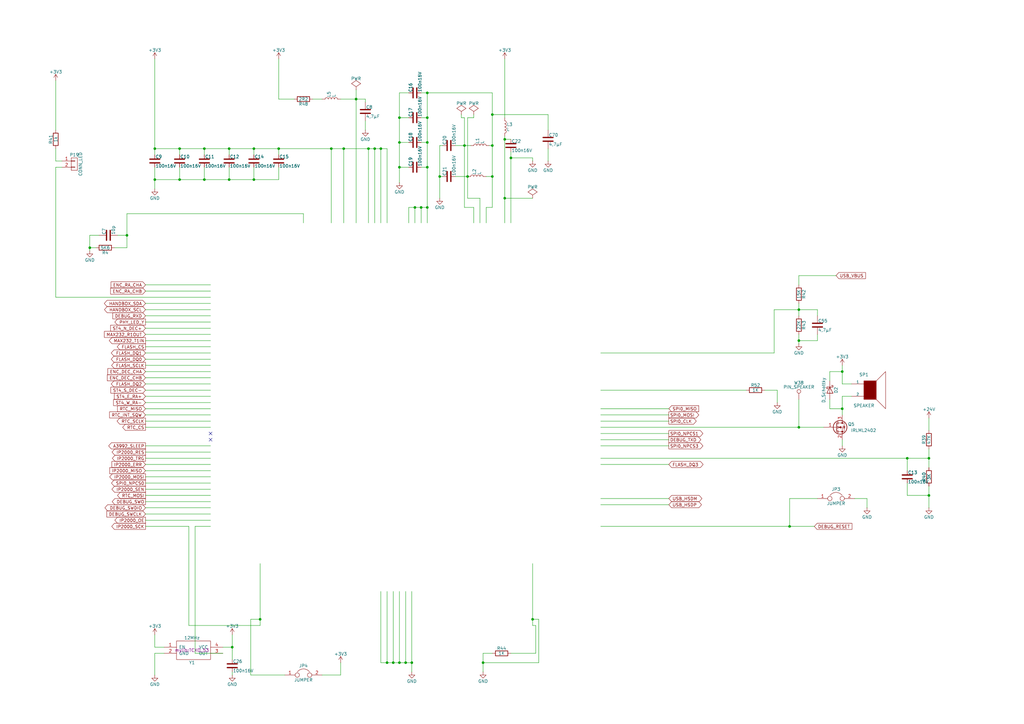
<source format=kicad_sch>
(kicad_sch (version 20231120) (generator "eeschema") (generator_version "8.0")
  (paper "A3")
  (junction (at 190.5 59.69))
  (junction (at 63.5 60.96))
  (junction (at 327.66 175.26))
  (junction (at 201.93 72.39))
  (junction (at 172.72 85.09))
  (junction (at 163.83 68.58))
  (junction (at 168.91 271.78))
  (junction (at 163.83 58.42))
  (junction (at 175.26 38.1))
  (junction (at 106.68 254))
  (junction (at 327.66 139.7))
  (junction (at 201.93 46.99))
  (junction (at 323.85 215.9))
  (junction (at 191.77 72.39))
  (junction (at 140.97 60.96))
  (junction (at 345.44 167.64))
  (junction (at 381 203.2))
  (junction (at 327.66 127))
  (junction (at 175.26 48.26))
  (junction (at 175.26 85.09))
  (junction (at 161.29 271.78))
  (junction (at 73.66 73.66))
  (junction (at 63.5 73.66))
  (junction (at 207.01 81.28))
  (junction (at 372.11 187.96))
  (junction (at 166.37 271.78))
  (junction (at 345.44 152.4))
  (junction (at 83.82 73.66))
  (junction (at 180.34 72.39))
  (junction (at 114.3 60.96))
  (junction (at 209.55 64.77))
  (junction (at 93.98 60.96))
  (junction (at 73.66 60.96))
  (junction (at 36.83 101.6))
  (junction (at 151.13 60.96))
  (junction (at 83.82 60.96))
  (junction (at 104.14 73.66))
  (junction (at 153.67 60.96))
  (junction (at 95.25 265.43))
  (junction (at 104.14 60.96))
  (junction (at 381 187.96))
  (junction (at 175.26 58.42))
  (junction (at 207.01 57.15))
  (junction (at 158.75 271.78))
  (junction (at 135.89 60.96))
  (junction (at 201.93 59.69))
  (junction (at 175.26 68.58))
  (junction (at 156.21 60.96))
  (junction (at 93.98 73.66))
  (junction (at 218.44 254))
  (junction (at 52.07 96.52))
  (junction (at 163.83 271.78))
  (junction (at 146.05 40.64))
  (junction (at 170.18 85.09))
  (junction (at 198.12 271.78))
  (junction (at 163.83 48.26))
  (no_connect (at 86.36 177.8))
  (no_connect (at 86.36 180.34))
  (wire (pts (xy 124.46 87.63) (xy 124.46 91.44)))
  (wire (pts (xy 372.11 198.12) (xy 372.11 203.2)))
  (wire (pts (xy 83.82 63.5) (xy 83.82 60.96)))
  (wire (pts (xy 167.64 85.09) (xy 170.18 85.09)))
  (wire (pts (xy 67.31 267.97) (xy 63.5 267.97)))
  (wire (pts (xy 102.87 276.86) (xy 116.84 276.86)))
  (wire (pts (xy 80.01 215.9) (xy 86.36 215.9)))
  (wire (pts (xy 335.28 204.47) (xy 323.85 204.47)))
  (wire (pts (xy 335.28 137.16) (xy 335.28 139.7)))
  (wire (pts (xy 73.66 63.5) (xy 73.66 60.96)))
  (wire (pts (xy 104.14 60.96) (xy 114.3 60.96)))
  (wire (pts (xy 274.32 182.88) (xy 246.38 182.88)))
  (wire (pts (xy 186.69 72.39) (xy 191.77 72.39)))
  (wire (pts (xy 151.13 60.96) (xy 153.67 60.96)))
  (wire (pts (xy 323.85 204.47) (xy 323.85 215.9)))
  (wire (pts (xy 201.93 85.09) (xy 199.39 85.09)))
  (wire (pts (xy 209.55 57.15) (xy 207.01 57.15)))
  (wire (pts (xy 219.71 267.97) (xy 209.55 267.97)))
  (wire (pts (xy 80.01 267.97) (xy 91.44 267.97)))
  (wire (pts (xy 381 171.45) (xy 381 176.53)))
  (wire (pts (xy 246.38 180.34) (xy 274.32 180.34)))
  (wire (pts (xy 52.07 87.63) (xy 124.46 87.63)))
  (wire (pts (xy 73.66 73.66) (xy 73.66 68.58)))
  (wire (pts (xy 246.38 160.02) (xy 306.07 160.02)))
  (wire (pts (xy 63.5 265.43) (xy 67.31 265.43)))
  (wire (pts (xy 274.32 170.18) (xy 246.38 170.18)))
  (wire (pts (xy 194.31 85.09) (xy 190.5 85.09)))
  (wire (pts (xy 158.75 60.96) (xy 158.75 91.44)))
  (wire (pts (xy 327.66 139.7) (xy 335.28 139.7)))
  (wire (pts (xy 163.83 271.78) (xy 166.37 271.78)))
  (wire (pts (xy 172.72 85.09) (xy 175.26 85.09)))
  (wire (pts (xy 93.98 73.66) (xy 104.14 73.66)))
  (wire (pts (xy 274.32 167.64) (xy 246.38 167.64)))
  (wire (pts (xy 161.29 271.78) (xy 163.83 271.78)))
  (wire (pts (xy 345.44 152.4) (xy 345.44 157.48)))
  (wire (pts (xy 83.82 60.96) (xy 93.98 60.96)))
  (wire (pts (xy 104.14 63.5) (xy 104.14 60.96)))
  (wire (pts (xy 73.66 60.96) (xy 83.82 60.96)))
  (wire (pts (xy 180.34 59.69) (xy 180.34 72.39)))
  (wire (pts (xy 22.86 60.96) (xy 22.86 66.04)))
  (wire (pts (xy 201.93 46.99) (xy 201.93 59.69)))
  (wire (pts (xy 86.36 137.16) (xy 59.69 137.16)))
  (wire (pts (xy 166.37 242.57) (xy 166.37 271.78)))
  (wire (pts (xy 191.77 48.26) (xy 194.31 48.26)))
  (wire (pts (xy 198.12 267.97) (xy 201.93 267.97)))
  (wire (pts (xy 274.32 190.5) (xy 246.38 190.5)))
  (wire (pts (xy 95.25 265.43) (xy 95.25 270.51)))
  (wire (pts (xy 86.36 154.94) (xy 59.69 154.94)))
  (wire (pts (xy 161.29 242.57) (xy 161.29 271.78)))
  (wire (pts (xy 224.79 60.96) (xy 224.79 66.04)))
  (wire (pts (xy 59.69 198.12) (xy 86.36 198.12)))
  (wire (pts (xy 201.93 38.1) (xy 175.26 38.1)))
  (wire (pts (xy 207.01 57.15) (xy 207.01 81.28)))
  (wire (pts (xy 274.32 177.8) (xy 246.38 177.8)))
  (wire (pts (xy 175.26 58.42) (xy 175.26 68.58)))
  (wire (pts (xy 114.3 60.96) (xy 135.89 60.96)))
  (wire (pts (xy 36.83 101.6) (xy 36.83 102.87)))
  (wire (pts (xy 163.83 242.57) (xy 163.83 271.78)))
  (wire (pts (xy 345.44 162.56) (xy 345.44 167.64)))
  (wire (pts (xy 166.37 271.78) (xy 168.91 271.78)))
  (wire (pts (xy 313.69 160.02) (xy 318.77 160.02)))
  (wire (pts (xy 156.21 271.78) (xy 158.75 271.78)))
  (wire (pts (xy 340.36 163.83) (xy 340.36 167.64)))
  (wire (pts (xy 77.47 256.54) (xy 106.68 256.54)))
  (wire (pts (xy 209.55 62.23) (xy 209.55 64.77)))
  (wire (pts (xy 207.01 55.88) (xy 207.01 57.15)))
  (wire (pts (xy 156.21 60.96) (xy 158.75 60.96)))
  (wire (pts (xy 59.69 152.4) (xy 86.36 152.4)))
  (wire (pts (xy 59.69 182.88) (xy 86.36 182.88)))
  (wire (pts (xy 93.98 60.96) (xy 104.14 60.96)))
  (wire (pts (xy 168.91 242.57) (xy 168.91 271.78)))
  (wire (pts (xy 63.5 60.96) (xy 73.66 60.96)))
  (wire (pts (xy 190.5 59.69) (xy 193.04 59.69)))
  (wire (pts (xy 201.93 59.69) (xy 201.93 72.39)))
  (wire (pts (xy 218.44 81.28) (xy 207.01 81.28)))
  (wire (pts (xy 36.83 96.52) (xy 40.64 96.52)))
  (wire (pts (xy 350.52 204.47) (xy 355.6 204.47)))
  (wire (pts (xy 327.66 127) (xy 335.28 127)))
  (wire (pts (xy 218.44 66.04) (xy 218.44 64.77)))
  (wire (pts (xy 163.83 68.58) (xy 163.83 74.93)))
  (wire (pts (xy 327.66 124.46) (xy 327.66 127)))
  (wire (pts (xy 48.26 96.52) (xy 52.07 96.52)))
  (wire (pts (xy 345.44 149.86) (xy 345.44 152.4)))
  (wire (pts (xy 172.72 68.58) (xy 175.26 68.58)))
  (wire (pts (xy 135.89 60.96) (xy 140.97 60.96)))
  (wire (pts (xy 175.26 38.1) (xy 175.26 48.26)))
  (wire (pts (xy 86.36 127) (xy 59.69 127)))
  (wire (pts (xy 59.69 170.18) (xy 86.36 170.18)))
  (wire (pts (xy 102.87 254) (xy 102.87 276.86)))
  (wire (pts (xy 327.66 137.16) (xy 327.66 139.7)))
  (wire (pts (xy 175.26 68.58) (xy 175.26 85.09)))
  (wire (pts (xy 52.07 101.6) (xy 46.99 101.6)))
  (wire (pts (xy 149.86 49.53) (xy 149.86 53.34)))
  (wire (pts (xy 80.01 267.97) (xy 80.01 215.9)))
  (wire (pts (xy 327.66 139.7) (xy 327.66 140.97)))
  (wire (pts (xy 274.32 172.72) (xy 246.38 172.72)))
  (wire (pts (xy 201.93 38.1) (xy 201.93 46.99)))
  (wire (pts (xy 167.64 38.1) (xy 163.83 38.1)))
  (wire (pts (xy 140.97 60.96) (xy 140.97 91.44)))
  (wire (pts (xy 59.69 210.82) (xy 86.36 210.82)))
  (wire (pts (xy 86.36 157.48) (xy 59.69 157.48)))
  (wire (pts (xy 246.38 204.47) (xy 274.32 204.47)))
  (wire (pts (xy 340.36 152.4) (xy 345.44 152.4)))
  (wire (pts (xy 86.36 187.96) (xy 59.69 187.96)))
  (wire (pts (xy 327.66 127) (xy 327.66 129.54)))
  (wire (pts (xy 246.38 187.96) (xy 372.11 187.96)))
  (wire (pts (xy 22.86 66.04) (xy 25.4 66.04)))
  (wire (pts (xy 63.5 73.66) (xy 63.5 77.47)))
  (wire (pts (xy 77.47 215.9) (xy 77.47 256.54)))
  (wire (pts (xy 106.68 254) (xy 106.68 231.14)))
  (wire (pts (xy 52.07 96.52) (xy 52.07 101.6)))
  (wire (pts (xy 340.36 156.21) (xy 340.36 152.4)))
  (wire (pts (xy 140.97 60.96) (xy 151.13 60.96)))
  (wire (pts (xy 172.72 58.42) (xy 175.26 58.42)))
  (wire (pts (xy 59.69 172.72) (xy 86.36 172.72)))
  (wire (pts (xy 63.5 60.96) (xy 63.5 63.5)))
  (wire (pts (xy 93.98 73.66) (xy 93.98 68.58)))
  (wire (pts (xy 207.01 24.13) (xy 207.01 48.26)))
  (wire (pts (xy 86.36 193.04) (xy 59.69 193.04)))
  (wire (pts (xy 95.25 276.86) (xy 95.25 275.59)))
  (wire (pts (xy 73.66 73.66) (xy 83.82 73.66)))
  (wire (pts (xy 349.25 162.56) (xy 345.44 162.56)))
  (wire (pts (xy 201.93 46.99) (xy 224.79 46.99)))
  (wire (pts (xy 196.85 81.28) (xy 191.77 81.28)))
  (wire (pts (xy 128.27 40.64) (xy 132.08 40.64)))
  (wire (pts (xy 342.9 113.03) (xy 327.66 113.03)))
  (wire (pts (xy 381 184.15) (xy 381 187.96)))
  (wire (pts (xy 106.68 254) (xy 102.87 254)))
  (wire (pts (xy 63.5 260.35) (xy 63.5 265.43)))
  (wire (pts (xy 86.36 200.66) (xy 59.69 200.66)))
  (wire (pts (xy 167.64 85.09) (xy 167.64 91.44)))
  (wire (pts (xy 59.69 162.56) (xy 86.36 162.56)))
  (wire (pts (xy 170.18 85.09) (xy 170.18 91.44)))
  (wire (pts (xy 191.77 81.28) (xy 191.77 72.39)))
  (wire (pts (xy 172.72 38.1) (xy 175.26 38.1)))
  (wire (pts (xy 59.69 139.7) (xy 86.36 139.7)))
  (wire (pts (xy 59.69 205.74) (xy 86.36 205.74)))
  (wire (pts (xy 194.31 85.09) (xy 194.31 91.44)))
  (wire (pts (xy 327.66 163.83) (xy 327.66 175.26)))
  (wire (pts (xy 59.69 203.2) (xy 86.36 203.2)))
  (wire (pts (xy 170.18 85.09) (xy 172.72 85.09)))
  (wire (pts (xy 201.93 59.69) (xy 200.66 59.69)))
  (wire (pts (xy 59.69 215.9) (xy 77.47 215.9)))
  (wire (pts (xy 372.11 203.2) (xy 381 203.2)))
  (wire (pts (xy 36.83 96.52) (xy 36.83 101.6)))
  (wire (pts (xy 194.31 48.26) (xy 194.31 46.99)))
  (wire (pts (xy 327.66 113.03) (xy 327.66 116.84)))
  (wire (pts (xy 163.83 48.26) (xy 163.83 58.42)))
  (wire (pts (xy 86.36 147.32) (xy 59.69 147.32)))
  (wire (pts (xy 340.36 167.64) (xy 345.44 167.64)))
  (wire (pts (xy 190.5 48.26) (xy 189.23 48.26)))
  (wire (pts (xy 345.44 157.48) (xy 349.25 157.48)))
  (wire (pts (xy 83.82 73.66) (xy 83.82 68.58)))
  (wire (pts (xy 86.36 167.64) (xy 59.69 167.64)))
  (wire (pts (xy 167.64 48.26) (xy 163.83 48.26)))
  (wire (pts (xy 323.85 215.9) (xy 334.01 215.9)))
  (wire (pts (xy 345.44 180.34) (xy 345.44 182.88)))
  (wire (pts (xy 93.98 63.5) (xy 93.98 60.96)))
  (wire (pts (xy 218.44 256.54) (xy 219.71 256.54)))
  (wire (pts (xy 172.72 85.09) (xy 172.72 91.44)))
  (wire (pts (xy 86.36 208.28) (xy 59.69 208.28)))
  (wire (pts (xy 318.77 160.02) (xy 318.77 165.1)))
  (wire (pts (xy 36.83 101.6) (xy 39.37 101.6)))
  (wire (pts (xy 327.66 175.26) (xy 337.82 175.26)))
  (wire (pts (xy 63.5 267.97) (xy 63.5 276.86)))
  (wire (pts (xy 246.38 175.26) (xy 327.66 175.26)))
  (wire (pts (xy 114.3 40.64) (xy 120.65 40.64)))
  (wire (pts (xy 317.5 127) (xy 327.66 127)))
  (wire (pts (xy 52.07 87.63) (xy 52.07 96.52)))
  (wire (pts (xy 139.7 40.64) (xy 146.05 40.64)))
  (wire (pts (xy 181.61 72.39) (xy 180.34 72.39)))
  (wire (pts (xy 86.36 144.78) (xy 59.69 144.78)))
  (wire (pts (xy 218.44 254) (xy 220.98 254)))
  (wire (pts (xy 153.67 60.96) (xy 153.67 91.44)))
  (wire (pts (xy 201.93 72.39) (xy 199.39 72.39)))
  (wire (pts (xy 86.36 132.08) (xy 59.69 132.08)))
  (wire (pts (xy 335.28 127) (xy 335.28 129.54)))
  (wire (pts (xy 191.77 48.26) (xy 191.77 72.39)))
  (wire (pts (xy 106.68 256.54) (xy 106.68 254)))
  (wire (pts (xy 224.79 46.99) (xy 224.79 53.34)))
  (wire (pts (xy 199.39 85.09) (xy 199.39 91.44)))
  (wire (pts (xy 209.55 64.77) (xy 209.55 91.44)))
  (wire (pts (xy 59.69 116.84) (xy 86.36 116.84)))
  (wire (pts (xy 163.83 38.1) (xy 163.83 48.26)))
  (wire (pts (xy 86.36 149.86) (xy 59.69 149.86)))
  (wire (pts (xy 218.44 256.54) (xy 218.44 254)))
  (wire (pts (xy 25.4 68.58) (xy 22.86 68.58)))
  (wire (pts (xy 381 199.39) (xy 381 203.2)))
  (wire (pts (xy 22.86 121.92) (xy 86.36 121.92)))
  (wire (pts (xy 114.3 60.96) (xy 114.3 63.5)))
  (wire (pts (xy 114.3 73.66) (xy 114.3 68.58)))
  (wire (pts (xy 317.5 127) (xy 317.5 144.78)))
  (wire (pts (xy 114.3 24.13) (xy 114.3 40.64)))
  (wire (pts (xy 104.14 73.66) (xy 104.14 68.58)))
  (wire (pts (xy 156.21 242.57) (xy 156.21 271.78)))
  (wire (pts (xy 146.05 36.83) (xy 146.05 40.64)))
  (wire (pts (xy 175.26 85.09) (xy 175.26 91.44)))
  (wire (pts (xy 168.91 271.78) (xy 168.91 275.59)))
  (wire (pts (xy 59.69 175.26) (xy 86.36 175.26)))
  (wire (pts (xy 172.72 48.26) (xy 175.26 48.26)))
  (wire (pts (xy 219.71 256.54) (xy 219.71 267.97)))
  (wire (pts (xy 59.69 190.5) (xy 86.36 190.5)))
  (wire (pts (xy 139.7 276.86) (xy 139.7 271.78)))
  (wire (pts (xy 167.64 58.42) (xy 163.83 58.42)))
  (wire (pts (xy 381 187.96) (xy 381 191.77)))
  (wire (pts (xy 218.44 254) (xy 218.44 231.14)))
  (wire (pts (xy 220.98 271.78) (xy 198.12 271.78)))
  (wire (pts (xy 146.05 40.64) (xy 149.86 40.64)))
  (wire (pts (xy 63.5 68.58) (xy 63.5 73.66)))
  (wire (pts (xy 175.26 48.26) (xy 175.26 58.42)))
  (wire (pts (xy 201.93 72.39) (xy 201.93 85.09)))
  (wire (pts (xy 163.83 68.58) (xy 167.64 68.58)))
  (wire (pts (xy 274.32 207.01) (xy 246.38 207.01)))
  (wire (pts (xy 190.5 48.26) (xy 190.5 59.69)))
  (wire (pts (xy 149.86 40.64) (xy 149.86 41.91)))
  (wire (pts (xy 381 203.2) (xy 381 208.28)))
  (wire (pts (xy 59.69 142.24) (xy 86.36 142.24)))
  (wire (pts (xy 86.36 119.38) (xy 59.69 119.38)))
  (wire (pts (xy 86.36 185.42) (xy 59.69 185.42)))
  (wire (pts (xy 132.08 276.86) (xy 139.7 276.86)))
  (wire (pts (xy 198.12 267.97) (xy 198.12 271.78)))
  (wire (pts (xy 189.23 48.26) (xy 189.23 46.99)))
  (wire (pts (xy 158.75 242.57) (xy 158.75 271.78)))
  (wire (pts (xy 196.85 81.28) (xy 196.85 91.44)))
  (wire (pts (xy 22.86 33.02) (xy 22.86 53.34)))
  (wire (pts (xy 59.69 129.54) (xy 86.36 129.54)))
  (wire (pts (xy 59.69 134.62) (xy 86.36 134.62)))
  (wire (pts (xy 151.13 60.96) (xy 151.13 91.44)))
  (wire (pts (xy 198.12 271.78) (xy 198.12 275.59)))
  (wire (pts (xy 218.44 64.77) (xy 209.55 64.77)))
  (wire (pts (xy 372.11 187.96) (xy 372.11 193.04)))
  (wire (pts (xy 153.67 60.96) (xy 156.21 60.96)))
  (wire (pts (xy 158.75 271.78) (xy 161.29 271.78)))
  (wire (pts (xy 180.34 72.39) (xy 180.34 81.28)))
  (wire (pts (xy 372.11 187.96) (xy 381 187.96)))
  (wire (pts (xy 207.01 81.28) (xy 207.01 91.44)))
  (wire (pts (xy 345.44 167.64) (xy 345.44 170.18)))
  (wire (pts (xy 59.69 213.36) (xy 86.36 213.36)))
  (wire (pts (xy 135.89 60.96) (xy 135.89 91.44)))
  (wire (pts (xy 95.25 265.43) (xy 91.44 265.43)))
  (wire (pts (xy 246.38 215.9) (xy 323.85 215.9)))
  (wire (pts (xy 86.36 160.02) (xy 59.69 160.02)))
  (wire (pts (xy 156.21 60.96) (xy 156.21 91.44)))
  (wire (pts (xy 104.14 73.66) (xy 114.3 73.66)))
  (wire (pts (xy 146.05 40.64) (xy 146.05 91.44)))
  (wire (pts (xy 95.25 260.35) (xy 95.25 265.43)))
  (wire (pts (xy 220.98 254) (xy 220.98 271.78)))
  (wire (pts (xy 190.5 85.09) (xy 190.5 59.69)))
  (wire (pts (xy 63.5 73.66) (xy 73.66 73.66)))
  (wire (pts (xy 355.6 204.47) (xy 355.6 208.28)))
  (wire (pts (xy 83.82 73.66) (xy 93.98 73.66)))
  (wire (pts (xy 59.69 124.46) (xy 86.36 124.46)))
  (wire (pts (xy 181.61 59.69) (xy 180.34 59.69)))
  (wire (pts (xy 86.36 165.1) (xy 59.69 165.1)))
  (wire (pts (xy 186.69 59.69) (xy 190.5 59.69)))
  (wire (pts (xy 86.36 195.58) (xy 59.69 195.58)))
  (wire (pts (xy 22.86 68.58) (xy 22.86 121.92)))
  (wire (pts (xy 317.5 144.78) (xy 246.38 144.78)))
  (wire (pts (xy 163.83 58.42) (xy 163.83 68.58)))
  (wire (pts (xy 63.5 24.13) (xy 63.5 60.96)))
  (global_label "IP2000_MISO" (shape input) (at 59.69 193.04 180) (property "Intersheetrefs" "${INTERSHEET_REFS}" (effects (hide yes))))
  (global_label "MAX232_T1IN" (shape output) (at 59.69 139.7 180) (property "Intersheetrefs" "${INTERSHEET_REFS}" (effects (hide yes))))
  (global_label "MAX232_R1OUT" (shape input) (at 59.69 137.16 180) (property "Intersheetrefs" "${INTERSHEET_REFS}" (effects (hide yes))))
  (global_label "SPI0_NPCS0" (shape output) (at 59.69 198.12 180) (property "Intersheetrefs" "${INTERSHEET_REFS}" (effects (hide yes))))
  (global_label "HANDBOX_SCL" (shape bidirectional) (at 59.69 127 180) (property "Intersheetrefs" "${INTERSHEET_REFS}" (effects (hide yes))))
  (global_label "ENC_RA_CHB" (shape input) (at 59.69 119.38 180) (property "Intersheetrefs" "${INTERSHEET_REFS}" (effects (hide yes))))
  (global_label "FLASH_DQ1" (shape bidirectional) (at 59.69 144.78 180) (property "Intersheetrefs" "${INTERSHEET_REFS}" (effects (hide yes))))
  (global_label "DEBUG_TXD" (shape output) (at 274.32 180.34 0) (property "Intersheetrefs" "${INTERSHEET_REFS}" (effects (hide yes))))
  (global_label "FLASH_DQ3" (shape bidirectional) (at 274.32 190.5 0) (property "Intersheetrefs" "${INTERSHEET_REFS}" (effects (hide yes))))
  (global_label "FLASH_CS" (shape output) (at 59.69 142.24 180) (property "Intersheetrefs" "${INTERSHEET_REFS}" (effects (hide yes))))
  (global_label "DEBUG_RXD" (shape input) (at 59.69 129.54 180) (property "Intersheetrefs" "${INTERSHEET_REFS}" (effects (hide yes))))
  (global_label "IP2000_SCK" (shape output) (at 59.69 215.9 180) (property "Intersheetrefs" "${INTERSHEET_REFS}" (effects (hide yes))))
  (global_label "DEBUG_SWCLK" (shape input) (at 59.69 210.82 180) (property "Intersheetrefs" "${INTERSHEET_REFS}" (effects (hide yes))))
  (global_label "DEBUG_SWDIO" (shape bidirectional) (at 59.69 208.28 180) (property "Intersheetrefs" "${INTERSHEET_REFS}" (effects (hide yes))))
  (global_label "PHY_LED_Y" (shape output) (at 59.69 132.08 180) (property "Intersheetrefs" "${INTERSHEET_REFS}" (effects (hide yes))))
  (global_label "IP2000_ERR" (shape input) (at 59.69 190.5 180) (property "Intersheetrefs" "${INTERSHEET_REFS}" (effects (hide yes))))
  (global_label "ST4_E_RA+" (shape input) (at 59.69 162.56 180) (property "Intersheetrefs" "${INTERSHEET_REFS}" (effects (hide yes))))
  (global_label "RTC_INT_SQW" (shape input) (at 59.69 170.18 180) (property "Intersheetrefs" "${INTERSHEET_REFS}" (effects (hide yes))))
  (global_label "IP2000_SEN" (shape output) (at 59.69 200.66 180) (property "Intersheetrefs" "${INTERSHEET_REFS}" (effects (hide yes))))
  (global_label "RTC_CS" (shape output) (at 59.69 175.26 180) (property "Intersheetrefs" "${INTERSHEET_REFS}" (effects (hide yes))))
  (global_label "ST4_W_RA-" (shape input) (at 59.69 165.1 180) (property "Intersheetrefs" "${INTERSHEET_REFS}" (effects (hide yes))))
  (global_label "FLASH_DQ0" (shape bidirectional) (at 59.69 147.32 180) (property "Intersheetrefs" "${INTERSHEET_REFS}" (effects (hide yes))))
  (global_label "IP2000_MOSI" (shape output) (at 59.69 195.58 180) (property "Intersheetrefs" "${INTERSHEET_REFS}" (effects (hide yes))))
  (global_label "IP2000_TRG" (shape output) (at 59.69 187.96 180) (property "Intersheetrefs" "${INTERSHEET_REFS}" (effects (hide yes))))
  (global_label "FLASH_SCLK" (shape output) (at 59.69 149.86 180) (property "Intersheetrefs" "${INTERSHEET_REFS}" (effects (hide yes))))
  (global_label "USB_HSDP" (shape bidirectional) (at 274.32 207.01 0) (property "Intersheetrefs" "${INTERSHEET_REFS}" (effects (hide yes))))
  (global_label "IP2000_OE" (shape output) (at 59.69 213.36 180) (property "Intersheetrefs" "${INTERSHEET_REFS}" (effects (hide yes))))
  (global_label "USB_VBUS" (shape input) (at 342.9 113.03 0) (property "Intersheetrefs" "${INTERSHEET_REFS}" (effects (hide yes))))
  (global_label "SPI0_NPCS1" (shape output) (at 274.32 177.8 0) (property "Intersheetrefs" "${INTERSHEET_REFS}" (effects (hide yes))))
  (global_label "ENC_RA_CHA" (shape input) (at 59.69 116.84 180) (property "Intersheetrefs" "${INTERSHEET_REFS}" (effects (hide yes))))
  (global_label "USB_HSDM" (shape bidirectional) (at 274.32 204.47 0) (property "Intersheetrefs" "${INTERSHEET_REFS}" (effects (hide yes))))
  (global_label "RTC_MISO" (shape input) (at 59.69 167.64 180) (property "Intersheetrefs" "${INTERSHEET_REFS}" (effects (hide yes))))
  (global_label "ST4_N_DEC+" (shape input) (at 59.69 134.62 180) (property "Intersheetrefs" "${INTERSHEET_REFS}" (effects (hide yes))))
  (global_label "SPI0_CLK" (shape output) (at 274.32 172.72 0) (property "Intersheetrefs" "${INTERSHEET_REFS}" (effects (hide yes))))
  (global_label "DEBUG_SWO" (shape output) (at 59.69 205.74 180) (property "Intersheetrefs" "${INTERSHEET_REFS}" (effects (hide yes))))
  (global_label "ST4_S_DEC-" (shape input) (at 59.69 160.02 180) (property "Intersheetrefs" "${INTERSHEET_REFS}" (effects (hide yes))))
  (global_label "ENC_DEC_CHB" (shape input) (at 59.69 154.94 180) (property "Intersheetrefs" "${INTERSHEET_REFS}" (effects (hide yes))))
  (global_label "HANDBOX_SDA" (shape bidirectional) (at 59.69 124.46 180) (property "Intersheetrefs" "${INTERSHEET_REFS}" (effects (hide yes))))
  (global_label "SPI0_MISO" (shape input) (at 274.32 167.64 0) (property "Intersheetrefs" "${INTERSHEET_REFS}" (effects (hide yes))))
  (global_label "RTC_SCLK" (shape output) (at 59.69 172.72 180) (property "Intersheetrefs" "${INTERSHEET_REFS}" (effects (hide yes))))
  (global_label "ENC_DEC_CHA" (shape input) (at 59.69 152.4 180) (property "Intersheetrefs" "${INTERSHEET_REFS}" (effects (hide yes))))
  (global_label "SPI0_NPCS3" (shape output) (at 274.32 182.88 0) (property "Intersheetrefs" "${INTERSHEET_REFS}" (effects (hide yes))))
  (global_label "FLASH_DQ2" (shape bidirectional) (at 59.69 157.48 180) (property "Intersheetrefs" "${INTERSHEET_REFS}" (effects (hide yes))))
  (global_label "RTC_MOSI" (shape output) (at 59.69 203.2 180) (property "Intersheetrefs" "${INTERSHEET_REFS}" (effects (hide yes))))
  (global_label "DEBUG_RESET" (shape input) (at 334.01 215.9 0) (property "Intersheetrefs" "${INTERSHEET_REFS}" (effects (hide yes))))
  (global_label "A3992_SLEEP" (shape output) (at 59.69 182.88 180) (property "Intersheetrefs" "${INTERSHEET_REFS}" (effects (hide yes))))
  (global_label "SPI0_MOSI" (shape output) (at 274.32 170.18 0) (property "Intersheetrefs" "${INTERSHEET_REFS}" (effects (hide yes))))
  (global_label "IP2000_RES" (shape output) (at 59.69 185.42 180) (property "Intersheetrefs" "${INTERSHEET_REFS}" (effects (hide yes))))
  (symbol (lib_id "ATSAME70:+3.3V") (at 63.5 24.13 0) (unit 1)
    (property "Reference" "#PWR023" (effects (hide yes)))
    (property "Value" "+3V3" (at 63.5 20.574 0))
    (property "Description" "Power symbol creates a global label with name \"+3.3V\"" (effects (hide yes)))
    (instances (project "TEST4" (path "" (reference "#PWR023") (unit 1))) (project "TEST4" (path "" (reference "#PWR023") (unit 1)) (path "" (reference "#PWR11") (unit 1))))
  )
  (symbol (lib_id "ATSAME70:GND") (at 168.91 275.59 0) (unit 1)
    (property "Reference" "#PWR024" (effects (hide yes)))
    (property "Value" "GND" (at 168.91 279.4 0))
    (property "Description" "Power symbol creates a global label with name \"GND\" , ground" (effects (hide yes)))
    (instances (project "TEST4" (path "" (reference "#PWR024") (unit 1))) (project "TEST4" (path "" (reference "#PWR024") (unit 1)) (path "" (reference "#PWR13") (unit 1))))
  )
  (symbol (lib_id "ATSAME70:C_100n_16V_0402") (at 114.3 66.04 0) (unit 1)
    (property "Reference" "C15" (at 114.554 64.262 0) (effects (justify left)))
    (property "Value" "100n16V" (at 114.554 68.072 0) (effects (justify left)))
    (property "Footprint" "ATSAME70:C_0402" (effects (hide yes)))
    (property "Description" "Unpolarized capacitor" (effects (hide yes)))
    (property "LCSC" "C1525" (effects (hide yes)))
    (instances (project "TEST4" (path "" (reference "C15") (unit 1))) (project "TEST4" (path "" (reference "C15") (unit 1)) (path "" (reference "C8") (unit 1))))
  )
  (symbol (lib_id "ATSAME70:C_100n_16V_0402") (at 104.14 66.04 0) (unit 1)
    (property "Reference" "C14" (at 104.394 64.262 0) (effects (justify left)))
    (property "Value" "100n16V" (at 104.394 68.072 0) (effects (justify left)))
    (property "Footprint" "ATSAME70:C_0402" (effects (hide yes)))
    (property "Description" "Unpolarized capacitor" (effects (hide yes)))
    (property "LCSC" "C1525" (effects (hide yes)))
    (instances (project "TEST4" (path "" (reference "C14") (unit 1))) (project "TEST4" (path "" (reference "C14") (unit 1)) (path "" (reference "C7") (unit 1))))
  )
  (symbol (lib_id "ATSAME70:C_100n_16V_0402") (at 93.98 66.04 0) (unit 1)
    (property "Reference" "C12" (at 94.234 64.262 0) (effects (justify left)))
    (property "Value" "100n16V" (at 94.234 68.072 0) (effects (justify left)))
    (property "Footprint" "ATSAME70:C_0402" (effects (hide yes)))
    (property "Description" "Unpolarized capacitor" (effects (hide yes)))
    (property "LCSC" "C1525" (effects (hide yes)))
    (instances (project "TEST4" (path "" (reference "C12") (unit 1))) (project "TEST4" (path "" (reference "C12") (unit 1)) (path "" (reference "C6") (unit 1))))
  )
  (symbol (lib_id "ATSAME70:C_100n_16V_0402") (at 83.82 66.04 0) (unit 1)
    (property "Reference" "C11" (at 84.074 64.262 0) (effects (justify left)))
    (property "Value" "100n16V" (at 84.074 68.072 0) (effects (justify left)))
    (property "Footprint" "ATSAME70:C_0402" (effects (hide yes)))
    (property "Description" "Unpolarized capacitor" (effects (hide yes)))
    (property "LCSC" "C1525" (effects (hide yes)))
    (instances (project "TEST4" (path "" (reference "C11") (unit 1))) (project "TEST4" (path "" (reference "C11") (unit 1)) (path "" (reference "C5") (unit 1))))
  )
  (symbol (lib_id "ATSAME70:C_100n_16V_0402") (at 73.66 66.04 0) (unit 1)
    (property "Reference" "C10" (at 73.914 64.262 0) (effects (justify left)))
    (property "Value" "100n16V" (at 73.914 68.072 0) (effects (justify left)))
    (property "Footprint" "ATSAME70:C_0402" (effects (hide yes)))
    (property "Description" "Unpolarized capacitor" (effects (hide yes)))
    (property "LCSC" "C1525" (effects (hide yes)))
    (instances (project "TEST4" (path "" (reference "C10") (unit 1))) (project "TEST4" (path "" (reference "C10") (unit 1)) (path "" (reference "C4") (unit 1))))
  )
  (symbol (lib_id "ATSAME70:C_100n_16V_0402") (at 63.5 66.04 0) (unit 1)
    (property "Reference" "C9" (at 63.754 64.262 0) (effects (justify left)))
    (property "Value" "100n16V" (at 63.754 68.072 0) (effects (justify left)))
    (property "Footprint" "ATSAME70:C_0402" (effects (hide yes)))
    (property "Description" "Unpolarized capacitor" (effects (hide yes)))
    (property "LCSC" "C1525" (effects (hide yes)))
    (instances (project "TEST4" (path "" (reference "C9") (unit 1))) (project "TEST4" (path "" (reference "C9") (unit 1)) (path "" (reference "C3") (unit 1))))
  )
  (symbol (lib_id "ATSAME70:C") (at 149.86 45.72 0) (unit 1)
    (property "Reference" "C8" (at 150.114 43.942 0) (effects (justify left)))
    (property "Value" "4,7µF" (at 150.114 47.752 0) (effects (justify left)))
    (property "Footprint" "mylib:C_1206" (effects (hide yes)))
    (property "Description" "Unpolarized capacitor" (effects (hide yes)))
    (instances (project "TEST4" (path "" (reference "C8") (unit 1))) (project "TEST4" (path "" (reference "C8") (unit 1)) (path "" (reference "C9") (unit 1))))
  )
  (symbol (lib_id "ATSAME70:GND") (at 63.5 77.47 0) (unit 1)
    (property "Reference" "#PWR025" (effects (hide yes)))
    (property "Value" "GND" (at 63.5 81.28 0))
    (property "Description" "Power symbol creates a global label with name \"GND\" , ground" (effects (hide yes)))
    (instances (project "TEST4" (path "" (reference "#PWR025") (unit 1))) (project "TEST4" (path "" (reference "#PWR025") (unit 1)) (path "" (reference "#PWR4") (unit 1))))
  )
  (symbol (lib_id "ATSAME70:C_100n_16V_0402") (at 170.18 48.26 90) (unit 1)
    (property "Reference" "C17" (at 168.402 48.006 0) (effects (justify left)))
    (property "Value" "100n16V" (at 172.212 48.006 0) (effects (justify left)))
    (property "Footprint" "ATSAME70:C_0402" (effects (hide yes)))
    (property "Description" "Unpolarized capacitor" (effects (hide yes)))
    (property "LCSC" "C1525" (effects (hide yes)))
    (instances (project "TEST4" (path "" (reference "C17") (unit 1))) (project "TEST4" (path "" (reference "C17") (unit 1)) (path "" (reference "C11") (unit 1))))
  )
  (symbol (lib_id "ATSAME70:C_100n_16V_0402") (at 170.18 38.1 90) (unit 1)
    (property "Reference" "C16" (at 168.402 37.846 0) (effects (justify left)))
    (property "Value" "100n16V" (at 172.212 37.846 0) (effects (justify left)))
    (property "Footprint" "ATSAME70:C_0402" (effects (hide yes)))
    (property "Description" "Unpolarized capacitor" (effects (hide yes)))
    (property "LCSC" "C1525" (effects (hide yes)))
    (instances (project "TEST4" (path "" (reference "C16") (unit 1))) (project "TEST4" (path "" (reference "C16") (unit 1)) (path "" (reference "C10") (unit 1))))
  )
  (symbol (lib_id "ATSAME70:C_100n_16V_0402") (at 170.18 68.58 90) (unit 1)
    (property "Reference" "C19" (at 168.402 68.326 0) (effects (justify left)))
    (property "Value" "100n16V" (at 172.212 68.326 0) (effects (justify left)))
    (property "Footprint" "ATSAME70:C_0402" (effects (hide yes)))
    (property "Description" "Unpolarized capacitor" (effects (hide yes)))
    (property "LCSC" "C1525" (effects (hide yes)))
    (instances (project "TEST4" (path "" (reference "C19") (unit 1))) (project "TEST4" (path "" (reference "C19") (unit 1)) (path "" (reference "C13") (unit 1))))
  )
  (symbol (lib_id "ATSAME70:C_100n_16V_0402") (at 170.18 58.42 90) (unit 1)
    (property "Reference" "C18" (at 168.402 58.166 0) (effects (justify left)))
    (property "Value" "100n16V" (at 172.212 58.166 0) (effects (justify left)))
    (property "Footprint" "ATSAME70:C_0402" (effects (hide yes)))
    (property "Description" "Unpolarized capacitor" (effects (hide yes)))
    (property "LCSC" "C1525" (effects (hide yes)))
    (instances (project "TEST4" (path "" (reference "C18") (unit 1))) (project "TEST4" (path "" (reference "C18") (unit 1)) (path "" (reference "C12") (unit 1))))
  )
  (symbol (lib_id "ATSAME70:GND") (at 163.83 74.93 0) (unit 1)
    (property "Reference" "#PWR026" (effects (hide yes)))
    (property "Value" "GND" (at 163.83 78.74 0))
    (property "Description" "Power symbol creates a global label with name \"GND\" , ground" (effects (hide yes)))
    (instances (project "TEST4" (path "" (reference "#PWR026") (unit 1))) (project "TEST4" (path "" (reference "#PWR026") (unit 1)) (path "" (reference "#PWR12") (unit 1))))
  )
  (symbol (lib_id "ATSAME70:C_100n_16V_0402") (at 184.15 59.69 90) (unit 1)
    (property "Reference" "C20" (at 182.372 59.436 0) (effects (justify left)))
    (property "Value" "100n16V" (at 186.182 59.436 0) (effects (justify left)))
    (property "Footprint" "ATSAME70:C_0402" (effects (hide yes)))
    (property "Description" "Unpolarized capacitor" (effects (hide yes)))
    (property "LCSC" "C1525" (effects (hide yes)))
    (instances (project "TEST4" (path "" (reference "C20") (unit 1))) (project "TEST4" (path "" (reference "C20") (unit 1)) (path "" (reference "C14") (unit 1))))
  )
  (symbol (lib_id "ATSAME70:C_100n_16V_0402") (at 184.15 72.39 90) (unit 1)
    (property "Reference" "C21" (at 182.372 72.136 0) (effects (justify left)))
    (property "Value" "100n16V" (at 186.182 72.136 0) (effects (justify left)))
    (property "Footprint" "ATSAME70:C_0402" (effects (hide yes)))
    (property "Description" "Unpolarized capacitor" (effects (hide yes)))
    (property "LCSC" "C1525" (effects (hide yes)))
    (instances (project "TEST4" (path "" (reference "C21") (unit 1))) (project "TEST4" (path "" (reference "C21") (unit 1)) (path "" (reference "C15") (unit 1))))
  )
  (symbol (lib_id "ATSAME70:GND") (at 180.34 81.28 0) (unit 1)
    (property "Reference" "#PWR027" (effects (hide yes)))
    (property "Value" "GND" (at 180.34 85.09 0))
    (property "Description" "Power symbol creates a global label with name \"GND\" , ground" (effects (hide yes)))
    (instances (project "TEST4" (path "" (reference "#PWR027") (unit 1))) (project "TEST4" (path "" (reference "#PWR027") (unit 1)) (path "" (reference "#PWR14") (unit 1))))
  )
  (symbol (lib_id "TEST4-rescue:PWR") (at 189.23 46.99 0) (unit 1)
    (property "Reference" "#FLG028" (effects (hide yes)))
    (property "Value" "PWR" (at 189.23 42.418 0))
    (instances (project "TEST4" (path "" (reference "#FLG028") (unit 1))) (project "TEST4" (path "" (reference "#FLG028") (unit 1)) (path "" (reference "#FLG2") (unit 1))))
  )
  (symbol (lib_id "TEST4-rescue:PWR") (at 194.31 46.99 0) (unit 1)
    (property "Reference" "#FLG029" (effects (hide yes)))
    (property "Value" "PWR" (at 194.31 42.418 0))
    (instances (project "TEST4" (path "" (reference "#FLG029") (unit 1))) (project "TEST4" (path "" (reference "#FLG029") (unit 1)) (path "" (reference "#FLG3") (unit 1))))
  )
  (symbol (lib_id "ATSAME70:C") (at 44.45 96.52 90) (unit 1)
    (property "Reference" "C7" (at 42.672 96.266 0) (effects (justify left)))
    (property "Value" "10p" (at 46.482 96.266 0) (effects (justify left)))
    (property "Footprint" "mylib:C_1206" (effects (hide yes)))
    (property "Description" "Unpolarized capacitor" (effects (hide yes)))
    (instances (project "TEST4" (path "" (reference "C7") (unit 1))) (project "TEST4" (path "" (reference "C7") (unit 1)) (path "" (reference "C2") (unit 1))))
  )
  (symbol (lib_id "ATSAME70:R_5K6_0603") (at 43.18 101.6 270) (unit 1)
    (property "Reference" "R4" (at 43.18 103.632 90))
    (property "Value" "5K6" (at 43.18 101.6 90))
    (property "Footprint" "ATSAME70:R_0805" (effects (hide yes)))
    (property "Description" "100mW Thick Film Resistors 75V ±100ppm/℃ ±1% 5.6kΩ 0603 Chip Resistor - Surface Mount ROHS" (effects (hide yes)))
    (property "LCSC" "C23189" (effects (hide yes)))
    (instances (project "TEST4" (path "" (reference "R4") (unit 1))) (project "TEST4" (path "" (reference "R4") (unit 1)) (path "" (reference "R3") (unit 1))))
  )
  (symbol (lib_id "ATSAME70:GND") (at 36.83 102.87 0) (unit 1)
    (property "Reference" "#PWR030" (effects (hide yes)))
    (property "Value" "GND" (at 36.83 106.68 0))
    (property "Description" "Power symbol creates a global label with name \"GND\" , ground" (effects (hide yes)))
    (instances (project "TEST4" (path "" (reference "#PWR030") (unit 1))) (project "TEST4" (path "" (reference "#PWR030") (unit 1)) (path "" (reference "#PWR5") (unit 1))))
  )
  (symbol (lib_id "ATSAME70:+3.3V") (at 207.01 24.13 0) (unit 1)
    (property "Reference" "#PWR031" (effects (hide yes)))
    (property "Value" "+3V3" (at 207.01 20.574 0))
    (property "Description" "Power symbol creates a global label with name \"+3.3V\"" (effects (hide yes)))
    (instances (project "TEST4" (path "" (reference "#PWR031") (unit 1))) (project "TEST4" (path "" (reference "#PWR031") (unit 1)) (path "" (reference "#PWR16") (unit 1))))
  )
  (symbol (lib_id "ATSAME70:C_100n_16V_0402") (at 209.55 59.69 0) (unit 1)
    (property "Reference" "C22" (at 209.804 57.912 0) (effects (justify left)))
    (property "Value" "100n16V" (at 209.804 61.722 0) (effects (justify left)))
    (property "Footprint" "ATSAME70:C_0402" (effects (hide yes)))
    (property "Description" "Unpolarized capacitor" (effects (hide yes)))
    (property "LCSC" "C1525" (effects (hide yes)))
    (instances (project "TEST4" (path "" (reference "C22") (unit 1))) (project "TEST4" (path "" (reference "C22") (unit 1)) (path "" (reference "C16") (unit 1))))
  )
  (symbol (lib_id "ATSAME70:GND") (at 218.44 66.04 0) (unit 1)
    (property "Reference" "#PWR032" (effects (hide yes)))
    (property "Value" "GND" (at 218.44 69.85 0))
    (property "Description" "Power symbol creates a global label with name \"GND\" , ground" (effects (hide yes)))
    (instances (project "TEST4" (path "" (reference "#PWR032") (unit 1))) (project "TEST4" (path "" (reference "#PWR032") (unit 1)) (path "" (reference "#PWR17") (unit 1))))
  )
  (symbol (lib_id "TEST4-rescue:PWR") (at 218.44 81.28 0) (unit 1)
    (property "Reference" "#FLG033" (effects (hide yes)))
    (property "Value" "PWR" (at 218.44 76.708 0))
    (instances (project "TEST4" (path "" (reference "#FLG033") (unit 1))) (project "TEST4" (path "" (reference "#FLG033") (unit 1)) (path "" (reference "#FLG4") (unit 1))))
  )
  (symbol (lib_id "ATSAME70:GND") (at 63.5 276.86 0) (unit 1)
    (property "Reference" "#PWR034" (effects (hide yes)))
    (property "Value" "GND" (at 63.5 280.67 0))
    (property "Description" "Power symbol creates a global label with name \"GND\" , ground" (effects (hide yes)))
    (instances (project "TEST4" (path "" (reference "#PWR034") (unit 1))) (project "TEST4" (path "" (reference "#PWR034") (unit 1)) (path "" (reference "#PWR2") (unit 1))))
  )
  (symbol (lib_id "ATSAME70:OSC_XO91") (at 78.74 266.7 0) (unit 1)
    (property "Reference" "Y1" (at 78.74 271.78 0))
    (property "Value" "12MHz" (at 78.74 261.62 0))
    (property "Footprint" "mylib:TCXO_53" (at 78.74 266.7 0))
  )
  (symbol (lib_id "ATSAME70:+3.3V") (at 63.5 260.35 0) (unit 1)
    (property "Reference" "#PWR035" (effects (hide yes)))
    (property "Value" "+3V3" (at 63.5 256.794 0))
    (property "Description" "Power symbol creates a global label with name \"+3.3V\"" (effects (hide yes)))
    (instances (project "TEST4" (path "" (reference "#PWR035") (unit 1))) (project "TEST4" (path "" (reference "#PWR035") (unit 1)) (path "" (reference "#PWR1") (unit 1))))
  )
  (symbol (lib_id "ATSAME70:L") (at 195.58 72.39 90) (unit 1)
    (property "Reference" "L2" (at 194.564 71.628 0) (effects (justify left)))
    (property "Value" "L" (at 196.596 71.628 0) (effects (justify left)))
    (property "Footprint" "mylib:C_1207_Reflow" (effects (hide yes)))
    (property "Description" "Inductor" (effects (hide yes)))
    (instances (project "TEST4" (path "" (reference "L2") (unit 1))) (project "TEST4" (path "" (reference "L2") (unit 1)) (path "" (reference "L3") (unit 1))))
  )
  (symbol (lib_id "ATSAME70:L") (at 196.85 59.69 90) (unit 1)
    (property "Reference" "L1" (at 195.834 58.928 0) (effects (justify left)))
    (property "Value" "L" (at 197.866 58.928 0) (effects (justify left)))
    (property "Footprint" "mylib:C_1207_Reflow" (effects (hide yes)))
    (property "Description" "Inductor" (effects (hide yes)))
    (instances (project "TEST4" (path "" (reference "L1") (unit 1))) (project "TEST4" (path "" (reference "L1") (unit 1)) (path "" (reference "L2") (unit 1))))
  )
  (symbol (lib_id "ATSAME70:L") (at 207.01 52.07 0) (unit 1)
    (property "Reference" "L3" (at 207.772 51.054 0) (effects (justify left)))
    (property "Value" "L" (at 207.772 53.086 0) (effects (justify left)))
    (property "Footprint" "mylib:C_1207_Reflow" (effects (hide yes)))
    (property "Description" "Inductor" (effects (hide yes)))
    (instances (project "TEST4" (path "" (reference "L3") (unit 1))) (project "TEST4" (path "" (reference "L3") (unit 1)) (path "" (reference "L4") (unit 1))))
  )
  (symbol (lib_id "TEST4-rescue:Q_NMOS_GSD") (at 342.9 175.26 0) (unit 1)
    (property "Reference" "Q5" (at 350.52 173.99 0) (effects (justify right)))
    (property "Value" "IRLML2402" (at 359.41 176.53 0) (effects (justify right)))
    (property "Footprint" "mylib:SOT-23" (effects (hide yes)))
    (instances (project "TEST4" (path "" (reference "Q5") (unit 1))) (project "TEST4" (path "" (reference "Q5") (unit 1)) (path "" (reference "Q1") (unit 1))))
  )
  (symbol (lib_id "ATSAME70:GND") (at 345.44 182.88 0) (unit 1)
    (property "Reference" "#PWR036" (effects (hide yes)))
    (property "Value" "GND" (at 345.44 186.69 0))
    (property "Description" "Power symbol creates a global label with name \"GND\" , ground" (effects (hide yes)))
    (instances (project "TEST4" (path "" (reference "#PWR036") (unit 1))) (project "TEST4" (path "" (reference "#PWR036") (unit 1)) (path "" (reference "#PWR22") (unit 1))))
  )
  (symbol (lib_id "ATSAME70:+3.3V") (at 345.44 149.86 0) (unit 1)
    (property "Reference" "#PWR037" (effects (hide yes)))
    (property "Value" "+3V3" (at 345.44 146.304 0))
    (property "Description" "Power symbol creates a global label with name \"+3.3V\"" (effects (hide yes)))
    (instances (project "TEST4" (path "" (reference "#PWR037") (unit 1))) (project "TEST4" (path "" (reference "#PWR037") (unit 1)) (path "" (reference "#PWR21") (unit 1))))
  )
  (symbol (lib_id "TEST4-rescue:SPEAKER") (at 356.87 160.02 0) (unit 1)
    (property "Reference" "SP1" (at 354.33 153.67 0))
    (property "Value" "SPEAKER" (at 354.33 166.37 0))
    (property "Footprint" "mylib:DIGISOUND" (effects (hide yes)))
  )
  (symbol (lib_id "TEST4-rescue:D_Schottky") (at 340.36 160.02 270) (unit 1)
    (property "Reference" "D2" (at 342.9 160.02 0))
    (property "Value" "D_Schottky" (at 337.82 160.02 0))
    (property "Footprint" "mylib:SMA_Handsoldering" (effects (hide yes)))
    (instances (project "TEST4" (path "" (reference "D2") (unit 1))) (project "TEST4" (path "" (reference "D2") (unit 1)) (path "" (reference "D1") (unit 1))))
  )
  (symbol (lib_id "ATSAME70:TEST_1P") (at 327.66 163.83 0) (unit 1)
    (property "Reference" "W38" (at 327.66 156.972 0))
    (property "Value" "PIN_SPEAKER" (at 327.66 158.75 0))
    (property "Footprint" "mylib:TestPad_09mmDrill" (effects (hide yes)))
    (instances (project "TEST4" (path "" (reference "W38") (unit 1))) (project "TEST4" (path "" (reference "W38") (unit 1)) (path "" (reference "W1") (unit 1))))
  )
  (symbol (lib_name "R_1") (lib_id "ATSAME70:R") (at 381 180.34 180) (unit 1)
    (property "Reference" "R39" (at 378.968 180.34 90))
    (property "Value" "47K" (at 381 180.34 90))
    (property "Footprint" "mylib:R_1206" (effects (hide yes)))
    (property "Description" "Resistor" (effects (hide yes)))
    (instances (project "TEST4" (path "" (reference "R39") (unit 1))) (project "TEST4" (path "" (reference "R39") (unit 1)) (path "" (reference "R9") (unit 1))))
  )
  (symbol (lib_name "R_2") (lib_id "ATSAME70:R") (at 381 195.58 180) (unit 1)
    (property "Reference" "R40" (at 378.968 195.58 90))
    (property "Value" "3K" (at 381 195.58 90))
    (property "Footprint" "mylib:R_1206" (effects (hide yes)))
    (property "Description" "Resistor" (effects (hide yes)))
    (instances (project "TEST4" (path "" (reference "R40") (unit 1))) (project "TEST4" (path "" (reference "R40") (unit 1)) (path "" (reference "R10") (unit 1))))
  )
  (symbol (lib_id "TEST4-rescue:+24V") (at 381 171.45 0) (unit 1)
    (property "Reference" "#PWR038" (effects (hide yes)))
    (property "Value" "+24V" (at 381 167.894 0))
    (instances (project "TEST4" (path "" (reference "#PWR038") (unit 1))) (project "TEST4" (path "" (reference "#PWR038") (unit 1)) (path "" (reference "#PWR24") (unit 1))))
  )
  (symbol (lib_id "ATSAME70:GND") (at 381 208.28 0) (unit 1)
    (property "Reference" "#PWR039" (effects (hide yes)))
    (property "Value" "GND" (at 381 212.09 0))
    (property "Description" "Power symbol creates a global label with name \"GND\" , ground" (effects (hide yes)))
    (instances (project "TEST4" (path "" (reference "#PWR039") (unit 1))) (project "TEST4" (path "" (reference "#PWR039") (unit 1)) (path "" (reference "#PWR25") (unit 1))))
  )
  (symbol (lib_id "ATSAME70:C_100n_16V_0402") (at 372.11 195.58 0) (unit 1)
    (property "Reference" "C13" (at 372.364 193.802 0) (effects (justify left)))
    (property "Value" "100n16V" (at 372.364 197.612 0) (effects (justify left)))
    (property "Footprint" "ATSAME70:C_0402" (effects (hide yes)))
    (property "Description" "Unpolarized capacitor" (effects (hide yes)))
    (property "LCSC" "C1525" (effects (hide yes)))
    (instances (project "TEST4" (path "" (reference "C13") (unit 1))) (project "TEST4" (path "" (reference "C13") (unit 1)) (path "" (reference "C19") (unit 1))))
  )
  (symbol (lib_id "ATSAME70:JUMPER") (at 124.46 276.86 0) (unit 1)
    (property "Reference" "JP4" (at 124.46 273.05 0))
    (property "Value" "JUMPER" (at 124.46 278.892 0))
    (property "Footprint" "mylib:Pin_Header_Straight_1x02" (effects (hide yes)))
    (instances (project "TEST4" (path "" (reference "JP4") (unit 1))) (project "TEST4" (path "" (reference "JP4") (unit 1)) (path "" (reference "JP1") (unit 1))))
  )
  (symbol (lib_id "ATSAME70:+3.3V") (at 139.7 271.78 0) (unit 1)
    (property "Reference" "#PWR040" (effects (hide yes)))
    (property "Value" "+3V3" (at 139.7 268.224 0))
    (property "Description" "Power symbol creates a global label with name \"+3.3V\"" (effects (hide yes)))
    (instances (project "TEST4" (path "" (reference "#PWR040") (unit 1))) (project "TEST4" (path "" (reference "#PWR040") (unit 1)) (path "" (reference "#PWR9") (unit 1))))
  )
  (symbol (lib_name "R_4") (lib_id "ATSAME70:R") (at 22.86 57.15 180) (unit 1)
    (property "Reference" "R41" (at 20.828 57.15 90))
    (property "Value" "1k" (at 22.86 57.15 90))
    (property "Footprint" "mylib:R_1206" (effects (hide yes)))
    (property "Description" "Resistor" (effects (hide yes)))
    (instances (project "TEST4" (path "" (reference "R41") (unit 1))) (project "TEST4" (path "" (reference "R41") (unit 1)) (path "" (reference "R1") (unit 1))))
  )
  (symbol (lib_id "ATSAME70:+3.3V") (at 22.86 33.02 0) (unit 1)
    (property "Reference" "#PWR041" (effects (hide yes)))
    (property "Value" "+3V3" (at 22.86 29.464 0))
    (property "Description" "Power symbol creates a global label with name \"+3.3V\"" (effects (hide yes)))
    (instances (project "TEST4" (path "" (reference "#PWR041") (unit 1))) (project "TEST4" (path "" (reference "#PWR041") (unit 1)) (path "" (reference "#PWR3") (unit 1))))
  )
  (symbol (lib_id "TEST4-rescue:CONN_01X02") (at 30.48 67.31 0) (unit 1)
    (property "Reference" "P19" (at 30.48 63.5 0))
    (property "Value" "CONN_LED" (at 33.02 67.31 90))
    (property "Footprint" "mylib:Pin_Header_Straight_1x02" (effects (hide yes)))
    (instances (project "TEST4" (path "" (reference "P19") (unit 1))) (project "TEST4" (path "" (reference "P19") (unit 1)) (path "" (reference "P1") (unit 1))))
  )
  (symbol (lib_id "ATSAME70:C_100n_16V_0402") (at 95.25 273.05 0) (unit 1)
    (property "Reference" "C26" (at 95.504 271.272 0) (effects (justify left)))
    (property "Value" "100n16V" (at 95.504 275.082 0) (effects (justify left)))
    (property "Footprint" "ATSAME70:C_0402" (effects (hide yes)))
    (property "Description" "Unpolarized capacitor" (effects (hide yes)))
    (property "LCSC" "C1525" (effects (hide yes)))
    (instances (project "TEST4" (path "" (reference "C26") (unit 1))) (project "TEST4" (path "" (reference "C26") (unit 1)) (path "" (reference "C1") (unit 1))))
  )
  (symbol (lib_id "ATSAME70:GND") (at 95.25 276.86 0) (unit 1)
    (property "Reference" "#PWR042" (effects (hide yes)))
    (property "Value" "GND" (at 95.25 280.67 0))
    (property "Description" "Power symbol creates a global label with name \"GND\" , ground" (effects (hide yes)))
    (instances (project "TEST4" (path "" (reference "#PWR042") (unit 1))) (project "TEST4" (path "" (reference "#PWR042") (unit 1)) (path "" (reference "#PWR7") (unit 1))))
  )
  (symbol (lib_id "ATSAME70:+3.3V") (at 95.25 260.35 0) (unit 1)
    (property "Reference" "#PWR043" (effects (hide yes)))
    (property "Value" "+3V3" (at 95.25 256.794 0))
    (property "Description" "Power symbol creates a global label with name \"+3.3V\"" (effects (hide yes)))
    (instances (project "TEST4" (path "" (reference "#PWR043") (unit 1))) (project "TEST4" (path "" (reference "#PWR043") (unit 1)) (path "" (reference "#PWR6") (unit 1))))
  )
  (symbol (lib_name "R_6") (lib_id "ATSAME70:R") (at 327.66 133.35 0) (unit 1)
    (property "Reference" "R43" (at 329.692 133.35 90))
    (property "Value" "22K" (at 327.66 133.35 90))
    (property "Footprint" "mylib:R_1206" (effects (hide yes)))
    (property "Description" "Resistor" (effects (hide yes)))
    (instances (project "TEST4" (path "" (reference "R43") (unit 1))) (project "TEST4" (path "" (reference "R43") (unit 1)) (path "" (reference "R8") (unit 1))))
  )
  (symbol (lib_name "R_5") (lib_id "ATSAME70:R") (at 327.66 120.65 0) (unit 1)
    (property "Reference" "R42" (at 329.692 120.65 90))
    (property "Value" "15K" (at 327.66 120.65 90))
    (property "Footprint" "mylib:R_1206" (effects (hide yes)))
    (property "Description" "Resistor" (effects (hide yes)))
    (instances (project "TEST4" (path "" (reference "R42") (unit 1))) (project "TEST4" (path "" (reference "R42") (unit 1)) (path "" (reference "R7") (unit 1))))
  )
  (symbol (lib_id "ATSAME70:C") (at 335.28 133.35 0) (unit 1)
    (property "Reference" "C55" (at 335.534 131.572 0) (effects (justify left)))
    (property "Value" "4,7µF" (at 335.534 135.382 0) (effects (justify left)))
    (property "Footprint" "mylib:C_1206" (effects (hide yes)))
    (property "Description" "Unpolarized capacitor" (effects (hide yes)))
    (instances (project "TEST4" (path "" (reference "C55") (unit 1))) (project "TEST4" (path "" (reference "C55") (unit 1)) (path "" (reference "C18") (unit 1))))
  )
  (symbol (lib_id "ATSAME70:GND") (at 327.66 140.97 0) (unit 1)
    (property "Reference" "#PWR044" (effects (hide yes)))
    (property "Value" "GND" (at 327.66 144.78 0))
    (property "Description" "Power symbol creates a global label with name \"GND\" , ground" (effects (hide yes)))
    (instances (project "TEST4" (path "" (reference "#PWR044") (unit 1))) (project "TEST4" (path "" (reference "#PWR044") (unit 1)) (path "" (reference "#PWR20") (unit 1))))
  )
  (symbol (lib_id "ATSAME70:GND") (at 198.12 275.59 0) (unit 1)
    (property "Reference" "#PWR045" (effects (hide yes)))
    (property "Value" "GND" (at 198.12 279.4 0))
    (property "Description" "Power symbol creates a global label with name \"GND\" , ground" (effects (hide yes)))
    (instances (project "TEST4" (path "" (reference "#PWR045") (unit 1))) (project "TEST4" (path "" (reference "#PWR045") (unit 1)) (path "" (reference "#PWR15") (unit 1))))
  )
  (symbol (lib_name "R_7") (lib_id "ATSAME70:R") (at 205.74 267.97 90) (unit 1)
    (property "Reference" "R44" (at 205.74 265.938 90))
    (property "Value" "1K" (at 205.74 267.97 90))
    (property "Footprint" "mylib:R_1206" (effects (hide yes)))
    (property "Description" "Resistor" (effects (hide yes)))
    (instances (project "TEST4" (path "" (reference "R44") (unit 1))) (project "TEST4" (path "" (reference "R44") (unit 1)) (path "" (reference "R5") (unit 1))))
  )
  (symbol (lib_id "ATSAME70:L") (at 135.89 40.64 90) (unit 1)
    (property "Reference" "L5" (at 134.874 39.878 0) (effects (justify left)))
    (property "Value" "L" (at 136.906 39.878 0) (effects (justify left)))
    (property "Footprint" "mylib:L_Chip_1210" (effects (hide yes)))
    (property "Description" "Inductor" (effects (hide yes)))
    (instances (project "TEST4" (path "" (reference "L5") (unit 1))) (project "TEST4" (path "" (reference "L5") (unit 1)) (path "" (reference "L1") (unit 1))))
  )
  (symbol (lib_name "R_8") (lib_id "ATSAME70:R") (at 124.46 40.64 270) (unit 1)
    (property "Reference" "R48" (at 124.46 42.672 90))
    (property "Value" "2R2" (at 124.46 40.64 90))
    (property "Footprint" "mylib:R_1206" (effects (hide yes)))
    (property "Description" "Resistor" (effects (hide yes)))
    (instances (project "TEST4" (path "" (reference "R48") (unit 1))) (project "TEST4" (path "" (reference "R48") (unit 1)) (path "" (reference "R4") (unit 1))))
  )
  (symbol (lib_id "ATSAME70:GND") (at 149.86 53.34 0) (unit 1)
    (property "Reference" "#PWR046" (effects (hide yes)))
    (property "Value" "GND" (at 149.86 57.15 0))
    (property "Description" "Power symbol creates a global label with name \"GND\" , ground" (effects (hide yes)))
    (instances (project "TEST4" (path "" (reference "#PWR046") (unit 1))) (project "TEST4" (path "" (reference "#PWR046") (unit 1)) (path "" (reference "#PWR10") (unit 1))))
  )
  (symbol (lib_id "ATSAME70:+3.3V") (at 114.3 24.13 0) (unit 1)
    (property "Reference" "#PWR047" (effects (hide yes)))
    (property "Value" "+3V3" (at 114.3 20.574 0))
    (property "Description" "Power symbol creates a global label with name \"+3.3V\"" (effects (hide yes)))
    (instances (project "TEST4" (path "" (reference "#PWR047") (unit 1))) (project "TEST4" (path "" (reference "#PWR047") (unit 1)) (path "" (reference "#PWR8") (unit 1))))
  )
  (symbol (lib_id "ATSAME70:C") (at 224.79 57.15 0) (unit 1)
    (property "Reference" "C70" (at 225.044 55.372 0) (effects (justify left)))
    (property "Value" "4,7µF" (at 225.044 59.182 0) (effects (justify left)))
    (property "Footprint" "mylib:C_1206" (effects (hide yes)))
    (property "Description" "Unpolarized capacitor" (effects (hide yes)))
    (instances (project "TEST4" (path "" (reference "C70") (unit 1))) (project "TEST4" (path "" (reference "C70") (unit 1)) (path "" (reference "C17") (unit 1))))
  )
  (symbol (lib_id "ATSAME70:GND") (at 224.79 66.04 0) (unit 1)
    (property "Reference" "#PWR048" (effects (hide yes)))
    (property "Value" "GND" (at 224.79 69.85 0))
    (property "Description" "Power symbol creates a global label with name \"GND\" , ground" (effects (hide yes)))
    (instances (project "TEST4" (path "" (reference "#PWR048") (unit 1))) (project "TEST4" (path "" (reference "#PWR048") (unit 1)) (path "" (reference "#PWR18") (unit 1))))
  )
  (symbol (lib_id "TEST4-rescue:PWR") (at 146.05 36.83 0) (unit 1)
    (property "Reference" "#FLG049" (effects (hide yes)))
    (property "Value" "PWR" (at 146.05 32.258 0))
    (instances (project "TEST4" (path "" (reference "#FLG049") (unit 1))) (project "TEST4" (path "" (reference "#FLG049") (unit 1)) (path "" (reference "#FLG1") (unit 1))))
  )
  (symbol (lib_id "ATSAME70:GND") (at 318.77 165.1 0) (unit 1)
    (property "Reference" "#PWR050" (effects (hide yes)))
    (property "Value" "GND" (at 318.77 168.91 0))
    (property "Description" "Power symbol creates a global label with name \"GND\" , ground" (effects (hide yes)))
    (instances (project "TEST4" (path "" (reference "#PWR050") (unit 1))) (project "TEST4" (path "" (reference "#PWR050") (unit 1)) (path "" (reference "#PWR19") (unit 1))))
  )
  (symbol (lib_name "R_9") (lib_id "ATSAME70:R") (at 309.88 160.02 90) (unit 1)
    (property "Reference" "R52" (at 309.88 157.988 90))
    (property "Value" "1K" (at 309.88 160.02 90))
    (property "Footprint" "mylib:R_1206" (effects (hide yes)))
    (property "Description" "Resistor" (effects (hide yes)))
    (instances (project "TEST4" (path "" (reference "R52") (unit 1))) (project "TEST4" (path "" (reference "R52") (unit 1)) (path "" (reference "R6") (unit 1))))
  )
  (symbol (lib_id "ATSAME70:JUMPER") (at 342.9 204.47 0) (unit 1)
    (property "Reference" "JP3" (at 342.9 200.66 0))
    (property "Value" "JUMPER" (at 342.9 206.502 0))
    (property "Footprint" "mylib:Pin_Header_Straight_1x02" (effects (hide yes)))
    (instances (project "TEST4" (path "" (reference "JP3") (unit 1))) (project "TEST4" (path "" (reference "JP3") (unit 1)) (path "" (reference "JP2") (unit 1))))
  )
  (symbol (lib_id "ATSAME70:GND") (at 355.6 208.28 0) (unit 1)
    (property "Reference" "#PWR051" (effects (hide yes)))
    (property "Value" "GND" (at 355.6 212.09 0))
    (property "Description" "Power symbol creates a global label with name \"GND\" , ground" (effects (hide yes)))
    (instances (project "TEST4" (path "" (reference "#PWR051") (unit 1))) (project "TEST4" (path "" (reference "#PWR051") (unit 1)) (path "" (reference "#PWR23") (unit 1))))
  )
)
</source>
